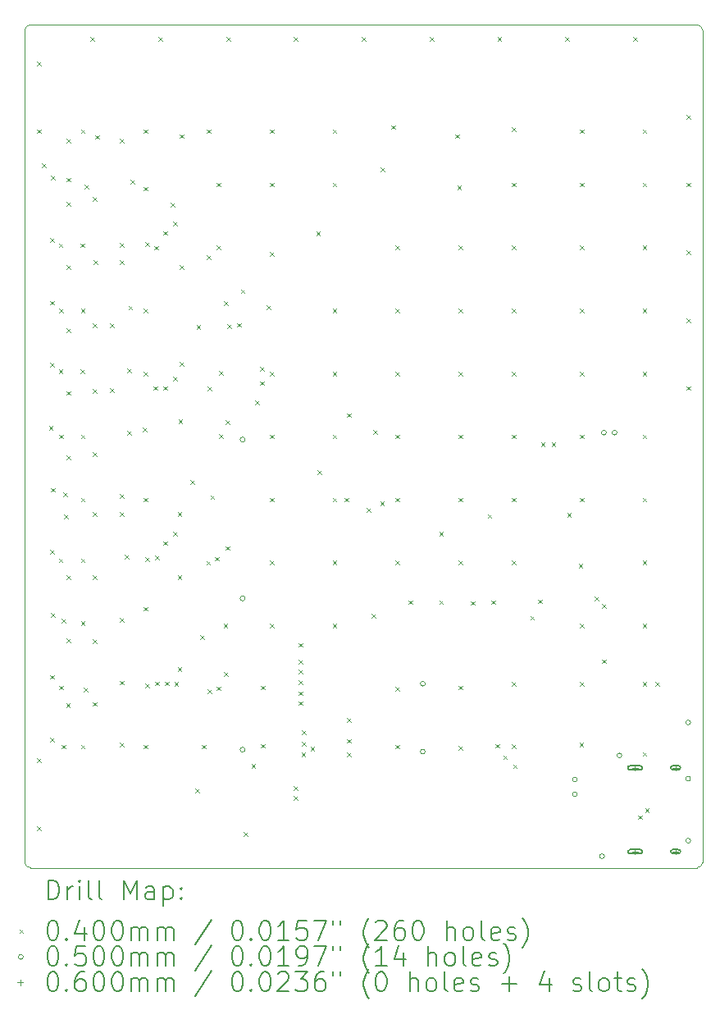
<source format=gbr>
%FSLAX45Y45*%
G04 Gerber Fmt 4.5, Leading zero omitted, Abs format (unit mm)*
G04 Created by KiCad (PCBNEW (5.99.0-10847-g28909c1a72)) date 2021-06-06 12:58:40*
%MOMM*%
%LPD*%
G01*
G04 APERTURE LIST*
%TA.AperFunction,Profile*%
%ADD10C,0.100000*%
%TD*%
%ADD11C,0.200000*%
%ADD12C,0.040000*%
%ADD13C,0.050000*%
%ADD14C,0.060000*%
G04 APERTURE END LIST*
D10*
X10000000Y-12840000D02*
X10000000Y-4260000D01*
X17000000Y-12840000D02*
G75*
G02*
X16940000Y-12900000I-60000J0D01*
G01*
X10060000Y-12900000D02*
G75*
G02*
X10000000Y-12840000I0J60000D01*
G01*
X16940000Y-12900000D02*
X10060000Y-12900000D01*
X10060000Y-4200000D02*
G75*
G03*
X10000000Y-4260000I0J-60000D01*
G01*
X10060000Y-4200000D02*
X16940000Y-4200000D01*
X17000000Y-4260000D02*
X17000000Y-12840000D01*
X17000000Y-4260000D02*
G75*
G03*
X16940000Y-4200000I-60000J0D01*
G01*
D11*
D12*
X10130000Y-4580000D02*
X10170000Y-4620000D01*
X10170000Y-4580000D02*
X10130000Y-4620000D01*
X10130000Y-5280000D02*
X10170000Y-5320000D01*
X10170000Y-5280000D02*
X10130000Y-5320000D01*
X10130000Y-11770000D02*
X10170000Y-11810000D01*
X10170000Y-11770000D02*
X10130000Y-11810000D01*
X10130000Y-12470000D02*
X10170000Y-12510000D01*
X10170000Y-12470000D02*
X10130000Y-12510000D01*
X10180000Y-5630000D02*
X10220000Y-5670000D01*
X10220000Y-5630000D02*
X10180000Y-5670000D01*
X10250000Y-8340000D02*
X10290000Y-8380000D01*
X10290000Y-8340000D02*
X10250000Y-8380000D01*
X10260000Y-6400000D02*
X10300000Y-6440000D01*
X10300000Y-6400000D02*
X10260000Y-6440000D01*
X10260000Y-7050000D02*
X10300000Y-7090000D01*
X10300000Y-7050000D02*
X10260000Y-7090000D01*
X10260000Y-7690000D02*
X10300000Y-7730000D01*
X10300000Y-7690000D02*
X10260000Y-7730000D01*
X10260000Y-9620000D02*
X10300000Y-9660000D01*
X10300000Y-9620000D02*
X10260000Y-9660000D01*
X10260000Y-10910000D02*
X10300000Y-10950000D01*
X10300000Y-10910000D02*
X10260000Y-10950000D01*
X10260000Y-11560000D02*
X10300000Y-11600000D01*
X10300000Y-11560000D02*
X10260000Y-11600000D01*
X10270000Y-5760000D02*
X10310000Y-5800000D01*
X10310000Y-5760000D02*
X10270000Y-5800000D01*
X10270000Y-8980000D02*
X10310000Y-9020000D01*
X10310000Y-8980000D02*
X10270000Y-9020000D01*
X10270000Y-10270000D02*
X10310000Y-10310000D01*
X10310000Y-10270000D02*
X10270000Y-10310000D01*
X10350324Y-6457550D02*
X10390324Y-6497550D01*
X10390324Y-6457550D02*
X10350324Y-6497550D01*
X10350324Y-7757550D02*
X10390324Y-7797550D01*
X10390324Y-7757550D02*
X10350324Y-7797550D01*
X10351161Y-9707550D02*
X10391161Y-9747550D01*
X10391161Y-9707550D02*
X10351161Y-9747550D01*
X10357550Y-7130000D02*
X10397550Y-7170000D01*
X10397550Y-7130000D02*
X10357550Y-7170000D01*
X10357550Y-8430000D02*
X10397550Y-8470000D01*
X10397550Y-8430000D02*
X10357550Y-8470000D01*
X10357550Y-11020000D02*
X10397550Y-11060000D01*
X10397550Y-11020000D02*
X10357550Y-11060000D01*
X10380000Y-11630000D02*
X10420000Y-11670000D01*
X10420000Y-11630000D02*
X10380000Y-11670000D01*
X10382450Y-10327707D02*
X10422450Y-10367707D01*
X10422450Y-10327707D02*
X10382450Y-10367707D01*
X10395005Y-9027550D02*
X10435005Y-9067550D01*
X10435005Y-9027550D02*
X10395005Y-9067550D01*
X10403770Y-9256230D02*
X10443770Y-9296230D01*
X10443770Y-9256230D02*
X10403770Y-9296230D01*
X10428261Y-11202450D02*
X10468261Y-11242450D01*
X10468261Y-11202450D02*
X10428261Y-11242450D01*
X10430000Y-5780000D02*
X10470000Y-5820000D01*
X10470000Y-5780000D02*
X10430000Y-5820000D01*
X10430000Y-5380000D02*
X10470000Y-5420000D01*
X10470000Y-5380000D02*
X10430000Y-5420000D01*
X10430000Y-6030000D02*
X10470000Y-6070000D01*
X10470000Y-6030000D02*
X10430000Y-6070000D01*
X10430000Y-6680000D02*
X10470000Y-6720000D01*
X10470000Y-6680000D02*
X10430000Y-6720000D01*
X10430000Y-7330000D02*
X10470000Y-7370000D01*
X10470000Y-7330000D02*
X10430000Y-7370000D01*
X10430000Y-7980000D02*
X10470000Y-8020000D01*
X10470000Y-7980000D02*
X10430000Y-8020000D01*
X10430000Y-8642352D02*
X10470000Y-8682352D01*
X10470000Y-8642352D02*
X10430000Y-8682352D01*
X10430000Y-9880000D02*
X10470000Y-9920000D01*
X10470000Y-9880000D02*
X10430000Y-9920000D01*
X10430000Y-10532402D02*
X10470000Y-10572402D01*
X10470000Y-10532402D02*
X10430000Y-10572402D01*
X10578261Y-6457550D02*
X10618261Y-6497550D01*
X10618261Y-6457550D02*
X10578261Y-6497550D01*
X10578261Y-7757550D02*
X10618261Y-7797550D01*
X10618261Y-7757550D02*
X10578261Y-7797550D01*
X10580000Y-5280000D02*
X10620000Y-5320000D01*
X10620000Y-5280000D02*
X10580000Y-5320000D01*
X10580000Y-7130000D02*
X10620000Y-7170000D01*
X10620000Y-7130000D02*
X10580000Y-7170000D01*
X10580000Y-8430000D02*
X10620000Y-8470000D01*
X10620000Y-8430000D02*
X10580000Y-8470000D01*
X10580000Y-9080000D02*
X10620000Y-9120000D01*
X10620000Y-9080000D02*
X10580000Y-9120000D01*
X10580000Y-9707550D02*
X10620000Y-9747550D01*
X10620000Y-9707550D02*
X10580000Y-9747550D01*
X10580000Y-10357550D02*
X10620000Y-10397550D01*
X10620000Y-10357550D02*
X10580000Y-10397550D01*
X10580000Y-11630000D02*
X10620000Y-11670000D01*
X10620000Y-11630000D02*
X10580000Y-11670000D01*
X10611096Y-11038181D02*
X10651096Y-11078181D01*
X10651096Y-11038181D02*
X10611096Y-11078181D01*
X10615862Y-5849817D02*
X10655862Y-5889817D01*
X10655862Y-5849817D02*
X10615862Y-5889817D01*
X10680000Y-4330000D02*
X10720000Y-4370000D01*
X10720000Y-4330000D02*
X10680000Y-4370000D01*
X10700000Y-5980000D02*
X10740000Y-6020000D01*
X10740000Y-5980000D02*
X10700000Y-6020000D01*
X10700000Y-7280000D02*
X10740000Y-7320000D01*
X10740000Y-7280000D02*
X10700000Y-7320000D01*
X10700000Y-7960000D02*
X10740000Y-8000000D01*
X10740000Y-7960000D02*
X10700000Y-8000000D01*
X10700000Y-8610000D02*
X10740000Y-8650000D01*
X10740000Y-8610000D02*
X10700000Y-8650000D01*
X10700000Y-9230000D02*
X10740000Y-9270000D01*
X10740000Y-9230000D02*
X10700000Y-9270000D01*
X10700000Y-9880000D02*
X10740000Y-9920000D01*
X10740000Y-9880000D02*
X10700000Y-9920000D01*
X10700000Y-10540000D02*
X10740000Y-10580000D01*
X10740000Y-10540000D02*
X10700000Y-10580000D01*
X10700000Y-11190000D02*
X10740000Y-11230000D01*
X10740000Y-11190000D02*
X10700000Y-11230000D01*
X10710000Y-6630000D02*
X10750000Y-6670000D01*
X10750000Y-6630000D02*
X10710000Y-6670000D01*
X10730000Y-5340000D02*
X10770000Y-5380000D01*
X10770000Y-5340000D02*
X10730000Y-5380000D01*
X10878261Y-7952450D02*
X10918261Y-7992450D01*
X10918261Y-7952450D02*
X10878261Y-7992450D01*
X10880000Y-7280000D02*
X10920000Y-7320000D01*
X10920000Y-7280000D02*
X10880000Y-7320000D01*
X10980000Y-5380000D02*
X11020000Y-5420000D01*
X11020000Y-5380000D02*
X10980000Y-5420000D01*
X10980000Y-6450000D02*
X11020000Y-6490000D01*
X11020000Y-6450000D02*
X10980000Y-6490000D01*
X10980000Y-6630000D02*
X11020000Y-6670000D01*
X11020000Y-6630000D02*
X10980000Y-6670000D01*
X10980000Y-9040000D02*
X11020000Y-9080000D01*
X11020000Y-9040000D02*
X10980000Y-9080000D01*
X10980000Y-9230000D02*
X11020000Y-9270000D01*
X11020000Y-9230000D02*
X10980000Y-9270000D01*
X10980000Y-10320000D02*
X11020000Y-10360000D01*
X11020000Y-10320000D02*
X10980000Y-10360000D01*
X10980000Y-10970000D02*
X11020000Y-11010000D01*
X11020000Y-10970000D02*
X10980000Y-11010000D01*
X10980000Y-11610000D02*
X11020000Y-11650000D01*
X11020000Y-11610000D02*
X10980000Y-11650000D01*
X11030000Y-9670000D02*
X11070000Y-9710000D01*
X11070000Y-9670000D02*
X11030000Y-9710000D01*
X11060000Y-7750000D02*
X11100000Y-7790000D01*
X11100000Y-7750000D02*
X11060000Y-7790000D01*
X11060000Y-8390000D02*
X11100000Y-8430000D01*
X11100000Y-8390000D02*
X11060000Y-8430000D01*
X11070000Y-7100000D02*
X11110000Y-7140000D01*
X11110000Y-7100000D02*
X11070000Y-7140000D01*
X11090000Y-5800000D02*
X11130000Y-5840000D01*
X11130000Y-5800000D02*
X11090000Y-5840000D01*
X11217648Y-8356024D02*
X11257648Y-8396024D01*
X11257648Y-8356024D02*
X11217648Y-8396024D01*
X11228261Y-10207550D02*
X11268261Y-10247550D01*
X11268261Y-10207550D02*
X11228261Y-10247550D01*
X11230000Y-5280000D02*
X11270000Y-5320000D01*
X11270000Y-5280000D02*
X11230000Y-5320000D01*
X11230000Y-5872450D02*
X11270000Y-5912450D01*
X11270000Y-5872450D02*
X11230000Y-5912450D01*
X11230000Y-7130000D02*
X11270000Y-7170000D01*
X11270000Y-7130000D02*
X11230000Y-7170000D01*
X11230000Y-7780000D02*
X11270000Y-7820000D01*
X11270000Y-7780000D02*
X11230000Y-7820000D01*
X11230000Y-9080000D02*
X11270000Y-9120000D01*
X11270000Y-9080000D02*
X11230000Y-9120000D01*
X11230000Y-11630000D02*
X11270000Y-11670000D01*
X11270000Y-11630000D02*
X11230000Y-11670000D01*
X11245005Y-6442545D02*
X11285005Y-6482545D01*
X11285005Y-6442545D02*
X11245005Y-6482545D01*
X11245005Y-9692545D02*
X11285005Y-9732545D01*
X11285005Y-9692545D02*
X11245005Y-9732545D01*
X11246093Y-11000324D02*
X11286093Y-11040324D01*
X11286093Y-11000324D02*
X11246093Y-11040324D01*
X11330000Y-7930000D02*
X11370000Y-7970000D01*
X11370000Y-7930000D02*
X11330000Y-7970000D01*
X11336468Y-6482850D02*
X11376468Y-6522850D01*
X11376468Y-6482850D02*
X11336468Y-6522850D01*
X11343235Y-10976794D02*
X11383235Y-11016794D01*
X11383235Y-10976794D02*
X11343235Y-11016794D01*
X11343884Y-9677951D02*
X11383884Y-9717951D01*
X11383884Y-9677951D02*
X11343884Y-9717951D01*
X11380000Y-4330000D02*
X11420000Y-4370000D01*
X11420000Y-4330000D02*
X11380000Y-4370000D01*
X11430000Y-6330000D02*
X11470000Y-6370000D01*
X11470000Y-6330000D02*
X11430000Y-6370000D01*
X11430000Y-9530000D02*
X11470000Y-9570000D01*
X11470000Y-9530000D02*
X11430000Y-9570000D01*
X11431230Y-7928770D02*
X11471230Y-7968770D01*
X11471230Y-7928770D02*
X11431230Y-7968770D01*
X11446251Y-10977351D02*
X11486251Y-11017351D01*
X11486251Y-10977351D02*
X11446251Y-11017351D01*
X11505000Y-6034950D02*
X11545000Y-6074950D01*
X11545000Y-6034950D02*
X11505000Y-6074950D01*
X11530000Y-6230000D02*
X11570000Y-6270000D01*
X11570000Y-6230000D02*
X11530000Y-6270000D01*
X11530000Y-7830000D02*
X11570000Y-7870000D01*
X11570000Y-7830000D02*
X11530000Y-7870000D01*
X11530000Y-9430000D02*
X11570000Y-9470000D01*
X11570000Y-9430000D02*
X11530000Y-9470000D01*
X11546166Y-10980010D02*
X11586166Y-11020010D01*
X11586166Y-10980010D02*
X11546166Y-11020010D01*
X11580000Y-9230000D02*
X11620000Y-9270000D01*
X11620000Y-9230000D02*
X11580000Y-9270000D01*
X11580000Y-9880000D02*
X11620000Y-9920000D01*
X11620000Y-9880000D02*
X11580000Y-9920000D01*
X11580000Y-10830000D02*
X11620000Y-10870000D01*
X11620000Y-10830000D02*
X11580000Y-10870000D01*
X11588015Y-8271985D02*
X11628015Y-8311985D01*
X11628015Y-8271985D02*
X11588015Y-8311985D01*
X11600000Y-5330000D02*
X11640000Y-5370000D01*
X11640000Y-5330000D02*
X11600000Y-5370000D01*
X11602450Y-6678261D02*
X11642450Y-6718261D01*
X11642450Y-6678261D02*
X11602450Y-6718261D01*
X11602450Y-7680000D02*
X11642450Y-7720000D01*
X11642450Y-7680000D02*
X11602450Y-7720000D01*
X11710000Y-8900000D02*
X11750000Y-8940000D01*
X11750000Y-8900000D02*
X11710000Y-8940000D01*
X11760000Y-12080000D02*
X11800000Y-12120000D01*
X11800000Y-12080000D02*
X11760000Y-12120000D01*
X11774950Y-7300000D02*
X11814950Y-7340000D01*
X11814950Y-7300000D02*
X11774950Y-7340000D01*
X11810000Y-10500000D02*
X11850000Y-10540000D01*
X11850000Y-10500000D02*
X11810000Y-10540000D01*
X11830000Y-11630000D02*
X11870000Y-11670000D01*
X11870000Y-11630000D02*
X11830000Y-11670000D01*
X11874846Y-9732307D02*
X11914846Y-9772307D01*
X11914846Y-9732307D02*
X11874846Y-9772307D01*
X11880000Y-5280000D02*
X11920000Y-5320000D01*
X11920000Y-5280000D02*
X11880000Y-5320000D01*
X11880000Y-6580000D02*
X11920000Y-6620000D01*
X11920000Y-6580000D02*
X11880000Y-6620000D01*
X11887239Y-11058406D02*
X11927239Y-11098406D01*
X11927239Y-11058406D02*
X11887239Y-11098406D01*
X11889950Y-7931759D02*
X11929950Y-7971759D01*
X11929950Y-7931759D02*
X11889950Y-7971759D01*
X11917453Y-9056798D02*
X11957453Y-9096798D01*
X11957453Y-9056798D02*
X11917453Y-9096798D01*
X11966072Y-9691468D02*
X12006072Y-9731468D01*
X12006072Y-9691468D02*
X11966072Y-9731468D01*
X11980000Y-5830000D02*
X12020000Y-5870000D01*
X12020000Y-5830000D02*
X11980000Y-5870000D01*
X11980000Y-6480000D02*
X12020000Y-6520000D01*
X12020000Y-6480000D02*
X11980000Y-6520000D01*
X11982550Y-11028309D02*
X12022550Y-11068309D01*
X12022550Y-11028309D02*
X11982550Y-11068309D01*
X12003951Y-7774835D02*
X12043951Y-7814835D01*
X12043951Y-7774835D02*
X12003951Y-7814835D01*
X12007402Y-8425190D02*
X12047402Y-8465190D01*
X12047402Y-8425190D02*
X12007402Y-8465190D01*
X12052450Y-10380000D02*
X12092450Y-10420000D01*
X12092450Y-10380000D02*
X12052450Y-10420000D01*
X12055000Y-10880000D02*
X12095000Y-10920000D01*
X12095000Y-10880000D02*
X12055000Y-10920000D01*
X12057643Y-7053453D02*
X12097643Y-7093453D01*
X12097643Y-7053453D02*
X12057643Y-7093453D01*
X12073218Y-9581526D02*
X12113218Y-9621526D01*
X12113218Y-9581526D02*
X12073218Y-9621526D01*
X12076401Y-8278117D02*
X12116401Y-8318117D01*
X12116401Y-8278117D02*
X12076401Y-8318117D01*
X12080000Y-4330000D02*
X12120000Y-4370000D01*
X12120000Y-4330000D02*
X12080000Y-4370000D01*
X12091840Y-7289380D02*
X12131840Y-7329380D01*
X12131840Y-7289380D02*
X12091840Y-7329380D01*
X12191229Y-7278805D02*
X12231229Y-7318805D01*
X12231229Y-7278805D02*
X12191229Y-7318805D01*
X12230000Y-6930000D02*
X12270000Y-6970000D01*
X12270000Y-6930000D02*
X12230000Y-6970000D01*
X12260000Y-12530000D02*
X12300000Y-12570000D01*
X12300000Y-12530000D02*
X12260000Y-12570000D01*
X12340000Y-11830000D02*
X12380000Y-11870000D01*
X12380000Y-11830000D02*
X12340000Y-11870000D01*
X12380000Y-8080000D02*
X12420000Y-8120000D01*
X12420000Y-8080000D02*
X12380000Y-8120000D01*
X12430000Y-7730000D02*
X12470000Y-7770000D01*
X12470000Y-7730000D02*
X12430000Y-7770000D01*
X12430000Y-7880000D02*
X12470000Y-7920000D01*
X12470000Y-7880000D02*
X12430000Y-7920000D01*
X12440000Y-11020000D02*
X12480000Y-11060000D01*
X12480000Y-11020000D02*
X12440000Y-11060000D01*
X12440000Y-11620000D02*
X12480000Y-11660000D01*
X12480000Y-11620000D02*
X12440000Y-11660000D01*
X12496985Y-7096985D02*
X12536985Y-7136985D01*
X12536985Y-7096985D02*
X12496985Y-7136985D01*
X12530000Y-5280000D02*
X12570000Y-5320000D01*
X12570000Y-5280000D02*
X12530000Y-5320000D01*
X12530000Y-5830000D02*
X12570000Y-5870000D01*
X12570000Y-5830000D02*
X12530000Y-5870000D01*
X12530000Y-6542950D02*
X12570000Y-6582950D01*
X12570000Y-6542950D02*
X12530000Y-6582950D01*
X12530000Y-7780000D02*
X12570000Y-7820000D01*
X12570000Y-7780000D02*
X12530000Y-7820000D01*
X12530000Y-8430000D02*
X12570000Y-8470000D01*
X12570000Y-8430000D02*
X12530000Y-8470000D01*
X12530000Y-9080000D02*
X12570000Y-9120000D01*
X12570000Y-9080000D02*
X12530000Y-9120000D01*
X12530000Y-9730000D02*
X12570000Y-9770000D01*
X12570000Y-9730000D02*
X12530000Y-9770000D01*
X12530000Y-10380000D02*
X12570000Y-10420000D01*
X12570000Y-10380000D02*
X12530000Y-10420000D01*
X12780000Y-4330000D02*
X12820000Y-4370000D01*
X12820000Y-4330000D02*
X12780000Y-4370000D01*
X12780000Y-12060000D02*
X12820000Y-12100000D01*
X12820000Y-12060000D02*
X12780000Y-12100000D01*
X12780000Y-12160000D02*
X12820000Y-12200000D01*
X12820000Y-12160000D02*
X12780000Y-12200000D01*
X12827450Y-10965040D02*
X12867450Y-11005040D01*
X12867450Y-10965040D02*
X12827450Y-11005040D01*
X12830000Y-10580000D02*
X12870000Y-10620000D01*
X12870000Y-10580000D02*
X12830000Y-10620000D01*
X12830000Y-10755000D02*
X12870000Y-10795000D01*
X12870000Y-10755000D02*
X12830000Y-10795000D01*
X12830000Y-10855000D02*
X12870000Y-10895000D01*
X12870000Y-10855000D02*
X12830000Y-10895000D01*
X12830000Y-11080000D02*
X12870000Y-11120000D01*
X12870000Y-11080000D02*
X12830000Y-11120000D01*
X12830000Y-11180000D02*
X12870000Y-11220000D01*
X12870000Y-11180000D02*
X12830000Y-11220000D01*
X12856935Y-11707550D02*
X12896935Y-11747550D01*
X12896935Y-11707550D02*
X12856935Y-11747550D01*
X12860000Y-11480000D02*
X12900000Y-11520000D01*
X12900000Y-11480000D02*
X12860000Y-11520000D01*
X12860000Y-11600000D02*
X12900000Y-11640000D01*
X12900000Y-11600000D02*
X12860000Y-11640000D01*
X12950000Y-11650000D02*
X12990000Y-11690000D01*
X12990000Y-11650000D02*
X12950000Y-11690000D01*
X13009901Y-6334069D02*
X13049901Y-6374069D01*
X13049901Y-6334069D02*
X13009901Y-6374069D01*
X13020000Y-8800000D02*
X13060000Y-8840000D01*
X13060000Y-8800000D02*
X13020000Y-8840000D01*
X13180000Y-5280000D02*
X13220000Y-5320000D01*
X13220000Y-5280000D02*
X13180000Y-5320000D01*
X13180000Y-5830000D02*
X13220000Y-5870000D01*
X13220000Y-5830000D02*
X13180000Y-5870000D01*
X13180000Y-7130000D02*
X13220000Y-7170000D01*
X13220000Y-7130000D02*
X13180000Y-7170000D01*
X13180000Y-7780000D02*
X13220000Y-7820000D01*
X13220000Y-7780000D02*
X13180000Y-7820000D01*
X13180000Y-8430000D02*
X13220000Y-8470000D01*
X13220000Y-8430000D02*
X13180000Y-8470000D01*
X13180000Y-9080000D02*
X13220000Y-9120000D01*
X13220000Y-9080000D02*
X13180000Y-9120000D01*
X13180000Y-9730000D02*
X13220000Y-9770000D01*
X13220000Y-9730000D02*
X13180000Y-9770000D01*
X13180000Y-10380000D02*
X13220000Y-10420000D01*
X13220000Y-10380000D02*
X13180000Y-10420000D01*
X13300000Y-9080000D02*
X13340000Y-9120000D01*
X13340000Y-9080000D02*
X13300000Y-9120000D01*
X13330000Y-8210000D02*
X13370000Y-8250000D01*
X13370000Y-8210000D02*
X13330000Y-8250000D01*
X13330000Y-11355000D02*
X13370000Y-11395000D01*
X13370000Y-11355000D02*
X13330000Y-11395000D01*
X13330000Y-11570000D02*
X13370000Y-11610000D01*
X13370000Y-11570000D02*
X13330000Y-11610000D01*
X13330000Y-11710000D02*
X13370000Y-11750000D01*
X13370000Y-11710000D02*
X13330000Y-11750000D01*
X13480000Y-4330000D02*
X13520000Y-4370000D01*
X13520000Y-4330000D02*
X13480000Y-4370000D01*
X13530000Y-9190000D02*
X13570000Y-9230000D01*
X13570000Y-9190000D02*
X13530000Y-9230000D01*
X13580000Y-10280000D02*
X13620000Y-10320000D01*
X13620000Y-10280000D02*
X13580000Y-10320000D01*
X13600000Y-8380000D02*
X13640000Y-8420000D01*
X13640000Y-8380000D02*
X13600000Y-8420000D01*
X13670000Y-9120000D02*
X13710000Y-9160000D01*
X13710000Y-9120000D02*
X13670000Y-9160000D01*
X13671985Y-5671985D02*
X13711985Y-5711985D01*
X13711985Y-5671985D02*
X13671985Y-5711985D01*
X13786587Y-5236587D02*
X13826587Y-5276587D01*
X13826587Y-5236587D02*
X13786587Y-5276587D01*
X13830000Y-6480000D02*
X13870000Y-6520000D01*
X13870000Y-6480000D02*
X13830000Y-6520000D01*
X13830000Y-7130000D02*
X13870000Y-7170000D01*
X13870000Y-7130000D02*
X13830000Y-7170000D01*
X13830000Y-7780000D02*
X13870000Y-7820000D01*
X13870000Y-7780000D02*
X13830000Y-7820000D01*
X13830000Y-8430000D02*
X13870000Y-8470000D01*
X13870000Y-8430000D02*
X13830000Y-8470000D01*
X13830000Y-9080000D02*
X13870000Y-9120000D01*
X13870000Y-9080000D02*
X13830000Y-9120000D01*
X13830000Y-9730000D02*
X13870000Y-9770000D01*
X13870000Y-9730000D02*
X13830000Y-9770000D01*
X13830000Y-11030000D02*
X13870000Y-11070000D01*
X13870000Y-11030000D02*
X13830000Y-11070000D01*
X13830000Y-11630000D02*
X13870000Y-11670000D01*
X13870000Y-11630000D02*
X13830000Y-11670000D01*
X13960000Y-10140000D02*
X14000000Y-10180000D01*
X14000000Y-10140000D02*
X13960000Y-10180000D01*
X14180000Y-4330000D02*
X14220000Y-4370000D01*
X14220000Y-4330000D02*
X14180000Y-4370000D01*
X14280000Y-9430000D02*
X14320000Y-9470000D01*
X14320000Y-9430000D02*
X14280000Y-9470000D01*
X14280000Y-10140000D02*
X14320000Y-10180000D01*
X14320000Y-10140000D02*
X14280000Y-10180000D01*
X14446665Y-5329901D02*
X14486665Y-5369901D01*
X14486665Y-5329901D02*
X14446665Y-5369901D01*
X14465420Y-5857550D02*
X14505420Y-5897550D01*
X14505420Y-5857550D02*
X14465420Y-5897550D01*
X14480000Y-6480000D02*
X14520000Y-6520000D01*
X14520000Y-6480000D02*
X14480000Y-6520000D01*
X14480000Y-7130000D02*
X14520000Y-7170000D01*
X14520000Y-7130000D02*
X14480000Y-7170000D01*
X14480000Y-7780000D02*
X14520000Y-7820000D01*
X14520000Y-7780000D02*
X14480000Y-7820000D01*
X14480000Y-8430000D02*
X14520000Y-8470000D01*
X14520000Y-8430000D02*
X14480000Y-8470000D01*
X14480000Y-9080000D02*
X14520000Y-9120000D01*
X14520000Y-9080000D02*
X14480000Y-9120000D01*
X14480000Y-9730000D02*
X14520000Y-9770000D01*
X14520000Y-9730000D02*
X14480000Y-9770000D01*
X14480000Y-11020550D02*
X14520000Y-11060550D01*
X14520000Y-11020550D02*
X14480000Y-11060550D01*
X14480000Y-11640450D02*
X14520000Y-11680450D01*
X14520000Y-11640450D02*
X14480000Y-11680450D01*
X14606259Y-10148719D02*
X14646259Y-10188719D01*
X14646259Y-10148719D02*
X14606259Y-10188719D01*
X14780000Y-9250000D02*
X14820000Y-9290000D01*
X14820000Y-9250000D02*
X14780000Y-9290000D01*
X14820000Y-10140000D02*
X14860000Y-10180000D01*
X14860000Y-10140000D02*
X14820000Y-10180000D01*
X14860000Y-11620000D02*
X14900000Y-11660000D01*
X14900000Y-11620000D02*
X14860000Y-11660000D01*
X14880000Y-4330000D02*
X14920000Y-4370000D01*
X14920000Y-4330000D02*
X14880000Y-4370000D01*
X14940000Y-11740000D02*
X14980000Y-11780000D01*
X14980000Y-11740000D02*
X14940000Y-11780000D01*
X15029792Y-11627748D02*
X15069792Y-11667748D01*
X15069792Y-11627748D02*
X15029792Y-11667748D01*
X15030000Y-5257550D02*
X15070000Y-5297550D01*
X15070000Y-5257550D02*
X15030000Y-5297550D01*
X15030000Y-5830000D02*
X15070000Y-5870000D01*
X15070000Y-5830000D02*
X15030000Y-5870000D01*
X15030000Y-6480000D02*
X15070000Y-6520000D01*
X15070000Y-6480000D02*
X15030000Y-6520000D01*
X15030000Y-7130000D02*
X15070000Y-7170000D01*
X15070000Y-7130000D02*
X15030000Y-7170000D01*
X15030000Y-7780000D02*
X15070000Y-7820000D01*
X15070000Y-7780000D02*
X15030000Y-7820000D01*
X15030000Y-8430000D02*
X15070000Y-8470000D01*
X15070000Y-8430000D02*
X15030000Y-8470000D01*
X15030000Y-9080000D02*
X15070000Y-9120000D01*
X15070000Y-9080000D02*
X15030000Y-9120000D01*
X15030000Y-9730000D02*
X15070000Y-9770000D01*
X15070000Y-9730000D02*
X15030000Y-9770000D01*
X15030000Y-10980000D02*
X15070000Y-11020000D01*
X15070000Y-10980000D02*
X15030000Y-11020000D01*
X15043007Y-11832450D02*
X15083007Y-11872450D01*
X15083007Y-11832450D02*
X15043007Y-11872450D01*
X15220000Y-10300000D02*
X15260000Y-10340000D01*
X15260000Y-10300000D02*
X15220000Y-10340000D01*
X15302450Y-10130000D02*
X15342450Y-10170000D01*
X15342450Y-10130000D02*
X15302450Y-10170000D01*
X15330000Y-8510000D02*
X15370000Y-8550000D01*
X15370000Y-8510000D02*
X15330000Y-8550000D01*
X15440000Y-8510000D02*
X15480000Y-8550000D01*
X15480000Y-8510000D02*
X15440000Y-8550000D01*
X15580000Y-4330000D02*
X15620000Y-4370000D01*
X15620000Y-4330000D02*
X15580000Y-4370000D01*
X15600000Y-9240000D02*
X15640000Y-9280000D01*
X15640000Y-9240000D02*
X15600000Y-9280000D01*
X15720000Y-9760000D02*
X15760000Y-9800000D01*
X15760000Y-9760000D02*
X15720000Y-9800000D01*
X15728770Y-11608770D02*
X15768770Y-11648770D01*
X15768770Y-11608770D02*
X15728770Y-11648770D01*
X15730000Y-5280000D02*
X15770000Y-5320000D01*
X15770000Y-5280000D02*
X15730000Y-5320000D01*
X15730000Y-5830000D02*
X15770000Y-5870000D01*
X15770000Y-5830000D02*
X15730000Y-5870000D01*
X15730000Y-6480000D02*
X15770000Y-6520000D01*
X15770000Y-6480000D02*
X15730000Y-6520000D01*
X15730000Y-7130000D02*
X15770000Y-7170000D01*
X15770000Y-7130000D02*
X15730000Y-7170000D01*
X15730000Y-7780000D02*
X15770000Y-7820000D01*
X15770000Y-7780000D02*
X15730000Y-7820000D01*
X15730000Y-8430000D02*
X15770000Y-8470000D01*
X15770000Y-8430000D02*
X15730000Y-8470000D01*
X15730000Y-9080000D02*
X15770000Y-9120000D01*
X15770000Y-9080000D02*
X15730000Y-9120000D01*
X15730000Y-10380000D02*
X15770000Y-10420000D01*
X15770000Y-10380000D02*
X15730000Y-10420000D01*
X15730000Y-10980000D02*
X15770000Y-11020000D01*
X15770000Y-10980000D02*
X15730000Y-11020000D01*
X15886662Y-10100667D02*
X15926662Y-10140667D01*
X15926662Y-10100667D02*
X15886662Y-10140667D01*
X15957853Y-10177876D02*
X15997853Y-10217876D01*
X15997853Y-10177876D02*
X15957853Y-10217876D01*
X15960000Y-10750000D02*
X16000000Y-10790000D01*
X16000000Y-10750000D02*
X15960000Y-10790000D01*
X16280000Y-4330000D02*
X16320000Y-4370000D01*
X16320000Y-4330000D02*
X16280000Y-4370000D01*
X16330193Y-12357123D02*
X16370193Y-12397123D01*
X16370193Y-12357123D02*
X16330193Y-12397123D01*
X16380000Y-5280000D02*
X16420000Y-5320000D01*
X16420000Y-5280000D02*
X16380000Y-5320000D01*
X16380000Y-5830000D02*
X16420000Y-5870000D01*
X16420000Y-5830000D02*
X16380000Y-5870000D01*
X16380000Y-6480000D02*
X16420000Y-6520000D01*
X16420000Y-6480000D02*
X16380000Y-6520000D01*
X16380000Y-7130000D02*
X16420000Y-7170000D01*
X16420000Y-7130000D02*
X16380000Y-7170000D01*
X16380000Y-7780000D02*
X16420000Y-7820000D01*
X16420000Y-7780000D02*
X16380000Y-7820000D01*
X16380000Y-8430000D02*
X16420000Y-8470000D01*
X16420000Y-8430000D02*
X16380000Y-8470000D01*
X16380000Y-9080000D02*
X16420000Y-9120000D01*
X16420000Y-9080000D02*
X16380000Y-9120000D01*
X16380000Y-9730000D02*
X16420000Y-9770000D01*
X16420000Y-9730000D02*
X16380000Y-9770000D01*
X16380000Y-10380000D02*
X16420000Y-10420000D01*
X16420000Y-10380000D02*
X16380000Y-10420000D01*
X16380000Y-11705000D02*
X16420000Y-11745000D01*
X16420000Y-11705000D02*
X16380000Y-11745000D01*
X16380000Y-10980000D02*
X16420000Y-11020000D01*
X16420000Y-10980000D02*
X16380000Y-11020000D01*
X16404440Y-12282877D02*
X16444440Y-12322877D01*
X16444440Y-12282877D02*
X16404440Y-12322877D01*
X16510000Y-10980000D02*
X16550000Y-11020000D01*
X16550000Y-10980000D02*
X16510000Y-11020000D01*
X16830000Y-5130000D02*
X16870000Y-5170000D01*
X16870000Y-5130000D02*
X16830000Y-5170000D01*
X16830000Y-5830000D02*
X16870000Y-5870000D01*
X16870000Y-5830000D02*
X16830000Y-5870000D01*
X16830000Y-6530000D02*
X16870000Y-6570000D01*
X16870000Y-6530000D02*
X16830000Y-6570000D01*
X16830000Y-7230000D02*
X16870000Y-7270000D01*
X16870000Y-7230000D02*
X16830000Y-7270000D01*
X16830000Y-7930000D02*
X16870000Y-7970000D01*
X16870000Y-7930000D02*
X16830000Y-7970000D01*
D13*
X12275000Y-8480000D02*
G75*
G03*
X12275000Y-8480000I-25000J0D01*
G01*
X12275000Y-10120000D02*
G75*
G03*
X12275000Y-10120000I-25000J0D01*
G01*
X12275000Y-11680000D02*
G75*
G03*
X12275000Y-11680000I-25000J0D01*
G01*
X14135000Y-11000000D02*
G75*
G03*
X14135000Y-11000000I-25000J0D01*
G01*
X14135000Y-11700000D02*
G75*
G03*
X14135000Y-11700000I-25000J0D01*
G01*
X15705000Y-11990000D02*
G75*
G03*
X15705000Y-11990000I-25000J0D01*
G01*
X15705000Y-12140000D02*
G75*
G03*
X15705000Y-12140000I-25000J0D01*
G01*
X15985000Y-12780000D02*
G75*
G03*
X15985000Y-12780000I-25000J0D01*
G01*
X16005000Y-8410000D02*
G75*
G03*
X16005000Y-8410000I-25000J0D01*
G01*
X16115000Y-8410000D02*
G75*
G03*
X16115000Y-8410000I-25000J0D01*
G01*
X16165000Y-11740000D02*
G75*
G03*
X16165000Y-11740000I-25000J0D01*
G01*
X16875000Y-11400000D02*
G75*
G03*
X16875000Y-11400000I-25000J0D01*
G01*
X16875000Y-11980000D02*
G75*
G03*
X16875000Y-11980000I-25000J0D01*
G01*
X16875000Y-12620000D02*
G75*
G03*
X16875000Y-12620000I-25000J0D01*
G01*
D14*
X16302000Y-11838000D02*
X16302000Y-11898000D01*
X16272000Y-11868000D02*
X16332000Y-11868000D01*
D11*
X16357000Y-11848000D02*
X16247000Y-11848000D01*
X16357000Y-11888000D02*
X16247000Y-11888000D01*
X16247000Y-11848000D02*
G75*
G03*
X16247000Y-11888000I0J-20000D01*
G01*
X16357000Y-11888000D02*
G75*
G03*
X16357000Y-11848000I0J20000D01*
G01*
D14*
X16302000Y-12702000D02*
X16302000Y-12762000D01*
X16272000Y-12732000D02*
X16332000Y-12732000D01*
D11*
X16357000Y-12712000D02*
X16247000Y-12712000D01*
X16357000Y-12752000D02*
X16247000Y-12752000D01*
X16247000Y-12712000D02*
G75*
G03*
X16247000Y-12752000I0J-20000D01*
G01*
X16357000Y-12752000D02*
G75*
G03*
X16357000Y-12712000I0J20000D01*
G01*
D14*
X16720000Y-11838000D02*
X16720000Y-11898000D01*
X16690000Y-11868000D02*
X16750000Y-11868000D01*
D11*
X16750000Y-11848000D02*
X16690000Y-11848000D01*
X16750000Y-11888000D02*
X16690000Y-11888000D01*
X16690000Y-11848000D02*
G75*
G03*
X16690000Y-11888000I0J-20000D01*
G01*
X16750000Y-11888000D02*
G75*
G03*
X16750000Y-11848000I0J20000D01*
G01*
D14*
X16720000Y-12702000D02*
X16720000Y-12762000D01*
X16690000Y-12732000D02*
X16750000Y-12732000D01*
D11*
X16750000Y-12712000D02*
X16690000Y-12712000D01*
X16750000Y-12752000D02*
X16690000Y-12752000D01*
X16690000Y-12712000D02*
G75*
G03*
X16690000Y-12752000I0J-20000D01*
G01*
X16750000Y-12752000D02*
G75*
G03*
X16750000Y-12712000I0J20000D01*
G01*
X10242619Y-13225476D02*
X10242619Y-13025476D01*
X10290238Y-13025476D01*
X10318810Y-13035000D01*
X10337857Y-13054048D01*
X10347381Y-13073095D01*
X10356905Y-13111190D01*
X10356905Y-13139762D01*
X10347381Y-13177857D01*
X10337857Y-13196905D01*
X10318810Y-13215952D01*
X10290238Y-13225476D01*
X10242619Y-13225476D01*
X10442619Y-13225476D02*
X10442619Y-13092143D01*
X10442619Y-13130238D02*
X10452143Y-13111190D01*
X10461667Y-13101667D01*
X10480714Y-13092143D01*
X10499762Y-13092143D01*
X10566429Y-13225476D02*
X10566429Y-13092143D01*
X10566429Y-13025476D02*
X10556905Y-13035000D01*
X10566429Y-13044524D01*
X10575952Y-13035000D01*
X10566429Y-13025476D01*
X10566429Y-13044524D01*
X10690238Y-13225476D02*
X10671190Y-13215952D01*
X10661667Y-13196905D01*
X10661667Y-13025476D01*
X10795000Y-13225476D02*
X10775952Y-13215952D01*
X10766429Y-13196905D01*
X10766429Y-13025476D01*
X11023571Y-13225476D02*
X11023571Y-13025476D01*
X11090238Y-13168333D01*
X11156905Y-13025476D01*
X11156905Y-13225476D01*
X11337857Y-13225476D02*
X11337857Y-13120714D01*
X11328333Y-13101667D01*
X11309286Y-13092143D01*
X11271190Y-13092143D01*
X11252143Y-13101667D01*
X11337857Y-13215952D02*
X11318809Y-13225476D01*
X11271190Y-13225476D01*
X11252143Y-13215952D01*
X11242619Y-13196905D01*
X11242619Y-13177857D01*
X11252143Y-13158809D01*
X11271190Y-13149286D01*
X11318809Y-13149286D01*
X11337857Y-13139762D01*
X11433095Y-13092143D02*
X11433095Y-13292143D01*
X11433095Y-13101667D02*
X11452143Y-13092143D01*
X11490238Y-13092143D01*
X11509286Y-13101667D01*
X11518809Y-13111190D01*
X11528333Y-13130238D01*
X11528333Y-13187381D01*
X11518809Y-13206428D01*
X11509286Y-13215952D01*
X11490238Y-13225476D01*
X11452143Y-13225476D01*
X11433095Y-13215952D01*
X11614048Y-13206428D02*
X11623571Y-13215952D01*
X11614048Y-13225476D01*
X11604524Y-13215952D01*
X11614048Y-13206428D01*
X11614048Y-13225476D01*
X11614048Y-13101667D02*
X11623571Y-13111190D01*
X11614048Y-13120714D01*
X11604524Y-13111190D01*
X11614048Y-13101667D01*
X11614048Y-13120714D01*
D12*
X9945000Y-13535000D02*
X9985000Y-13575000D01*
X9985000Y-13535000D02*
X9945000Y-13575000D01*
D11*
X10280714Y-13445476D02*
X10299762Y-13445476D01*
X10318810Y-13455000D01*
X10328333Y-13464524D01*
X10337857Y-13483571D01*
X10347381Y-13521667D01*
X10347381Y-13569286D01*
X10337857Y-13607381D01*
X10328333Y-13626428D01*
X10318810Y-13635952D01*
X10299762Y-13645476D01*
X10280714Y-13645476D01*
X10261667Y-13635952D01*
X10252143Y-13626428D01*
X10242619Y-13607381D01*
X10233095Y-13569286D01*
X10233095Y-13521667D01*
X10242619Y-13483571D01*
X10252143Y-13464524D01*
X10261667Y-13455000D01*
X10280714Y-13445476D01*
X10433095Y-13626428D02*
X10442619Y-13635952D01*
X10433095Y-13645476D01*
X10423571Y-13635952D01*
X10433095Y-13626428D01*
X10433095Y-13645476D01*
X10614048Y-13512143D02*
X10614048Y-13645476D01*
X10566429Y-13435952D02*
X10518810Y-13578809D01*
X10642619Y-13578809D01*
X10756905Y-13445476D02*
X10775952Y-13445476D01*
X10795000Y-13455000D01*
X10804524Y-13464524D01*
X10814048Y-13483571D01*
X10823571Y-13521667D01*
X10823571Y-13569286D01*
X10814048Y-13607381D01*
X10804524Y-13626428D01*
X10795000Y-13635952D01*
X10775952Y-13645476D01*
X10756905Y-13645476D01*
X10737857Y-13635952D01*
X10728333Y-13626428D01*
X10718810Y-13607381D01*
X10709286Y-13569286D01*
X10709286Y-13521667D01*
X10718810Y-13483571D01*
X10728333Y-13464524D01*
X10737857Y-13455000D01*
X10756905Y-13445476D01*
X10947381Y-13445476D02*
X10966429Y-13445476D01*
X10985476Y-13455000D01*
X10995000Y-13464524D01*
X11004524Y-13483571D01*
X11014048Y-13521667D01*
X11014048Y-13569286D01*
X11004524Y-13607381D01*
X10995000Y-13626428D01*
X10985476Y-13635952D01*
X10966429Y-13645476D01*
X10947381Y-13645476D01*
X10928333Y-13635952D01*
X10918810Y-13626428D01*
X10909286Y-13607381D01*
X10899762Y-13569286D01*
X10899762Y-13521667D01*
X10909286Y-13483571D01*
X10918810Y-13464524D01*
X10928333Y-13455000D01*
X10947381Y-13445476D01*
X11099762Y-13645476D02*
X11099762Y-13512143D01*
X11099762Y-13531190D02*
X11109286Y-13521667D01*
X11128333Y-13512143D01*
X11156905Y-13512143D01*
X11175952Y-13521667D01*
X11185476Y-13540714D01*
X11185476Y-13645476D01*
X11185476Y-13540714D02*
X11195000Y-13521667D01*
X11214048Y-13512143D01*
X11242619Y-13512143D01*
X11261667Y-13521667D01*
X11271190Y-13540714D01*
X11271190Y-13645476D01*
X11366428Y-13645476D02*
X11366428Y-13512143D01*
X11366428Y-13531190D02*
X11375952Y-13521667D01*
X11395000Y-13512143D01*
X11423571Y-13512143D01*
X11442619Y-13521667D01*
X11452143Y-13540714D01*
X11452143Y-13645476D01*
X11452143Y-13540714D02*
X11461667Y-13521667D01*
X11480714Y-13512143D01*
X11509286Y-13512143D01*
X11528333Y-13521667D01*
X11537857Y-13540714D01*
X11537857Y-13645476D01*
X11928333Y-13435952D02*
X11756905Y-13693095D01*
X12185476Y-13445476D02*
X12204524Y-13445476D01*
X12223571Y-13455000D01*
X12233095Y-13464524D01*
X12242619Y-13483571D01*
X12252143Y-13521667D01*
X12252143Y-13569286D01*
X12242619Y-13607381D01*
X12233095Y-13626428D01*
X12223571Y-13635952D01*
X12204524Y-13645476D01*
X12185476Y-13645476D01*
X12166428Y-13635952D01*
X12156905Y-13626428D01*
X12147381Y-13607381D01*
X12137857Y-13569286D01*
X12137857Y-13521667D01*
X12147381Y-13483571D01*
X12156905Y-13464524D01*
X12166428Y-13455000D01*
X12185476Y-13445476D01*
X12337857Y-13626428D02*
X12347381Y-13635952D01*
X12337857Y-13645476D01*
X12328333Y-13635952D01*
X12337857Y-13626428D01*
X12337857Y-13645476D01*
X12471190Y-13445476D02*
X12490238Y-13445476D01*
X12509286Y-13455000D01*
X12518809Y-13464524D01*
X12528333Y-13483571D01*
X12537857Y-13521667D01*
X12537857Y-13569286D01*
X12528333Y-13607381D01*
X12518809Y-13626428D01*
X12509286Y-13635952D01*
X12490238Y-13645476D01*
X12471190Y-13645476D01*
X12452143Y-13635952D01*
X12442619Y-13626428D01*
X12433095Y-13607381D01*
X12423571Y-13569286D01*
X12423571Y-13521667D01*
X12433095Y-13483571D01*
X12442619Y-13464524D01*
X12452143Y-13455000D01*
X12471190Y-13445476D01*
X12728333Y-13645476D02*
X12614048Y-13645476D01*
X12671190Y-13645476D02*
X12671190Y-13445476D01*
X12652143Y-13474048D01*
X12633095Y-13493095D01*
X12614048Y-13502619D01*
X12909286Y-13445476D02*
X12814048Y-13445476D01*
X12804524Y-13540714D01*
X12814048Y-13531190D01*
X12833095Y-13521667D01*
X12880714Y-13521667D01*
X12899762Y-13531190D01*
X12909286Y-13540714D01*
X12918809Y-13559762D01*
X12918809Y-13607381D01*
X12909286Y-13626428D01*
X12899762Y-13635952D01*
X12880714Y-13645476D01*
X12833095Y-13645476D01*
X12814048Y-13635952D01*
X12804524Y-13626428D01*
X12985476Y-13445476D02*
X13118809Y-13445476D01*
X13033095Y-13645476D01*
X13185476Y-13445476D02*
X13185476Y-13483571D01*
X13261667Y-13445476D02*
X13261667Y-13483571D01*
X13556905Y-13721667D02*
X13547381Y-13712143D01*
X13528333Y-13683571D01*
X13518809Y-13664524D01*
X13509286Y-13635952D01*
X13499762Y-13588333D01*
X13499762Y-13550238D01*
X13509286Y-13502619D01*
X13518809Y-13474048D01*
X13528333Y-13455000D01*
X13547381Y-13426428D01*
X13556905Y-13416905D01*
X13623571Y-13464524D02*
X13633095Y-13455000D01*
X13652143Y-13445476D01*
X13699762Y-13445476D01*
X13718809Y-13455000D01*
X13728333Y-13464524D01*
X13737857Y-13483571D01*
X13737857Y-13502619D01*
X13728333Y-13531190D01*
X13614048Y-13645476D01*
X13737857Y-13645476D01*
X13909286Y-13445476D02*
X13871190Y-13445476D01*
X13852143Y-13455000D01*
X13842619Y-13464524D01*
X13823571Y-13493095D01*
X13814048Y-13531190D01*
X13814048Y-13607381D01*
X13823571Y-13626428D01*
X13833095Y-13635952D01*
X13852143Y-13645476D01*
X13890238Y-13645476D01*
X13909286Y-13635952D01*
X13918809Y-13626428D01*
X13928333Y-13607381D01*
X13928333Y-13559762D01*
X13918809Y-13540714D01*
X13909286Y-13531190D01*
X13890238Y-13521667D01*
X13852143Y-13521667D01*
X13833095Y-13531190D01*
X13823571Y-13540714D01*
X13814048Y-13559762D01*
X14052143Y-13445476D02*
X14071190Y-13445476D01*
X14090238Y-13455000D01*
X14099762Y-13464524D01*
X14109286Y-13483571D01*
X14118809Y-13521667D01*
X14118809Y-13569286D01*
X14109286Y-13607381D01*
X14099762Y-13626428D01*
X14090238Y-13635952D01*
X14071190Y-13645476D01*
X14052143Y-13645476D01*
X14033095Y-13635952D01*
X14023571Y-13626428D01*
X14014048Y-13607381D01*
X14004524Y-13569286D01*
X14004524Y-13521667D01*
X14014048Y-13483571D01*
X14023571Y-13464524D01*
X14033095Y-13455000D01*
X14052143Y-13445476D01*
X14356905Y-13645476D02*
X14356905Y-13445476D01*
X14442619Y-13645476D02*
X14442619Y-13540714D01*
X14433095Y-13521667D01*
X14414048Y-13512143D01*
X14385476Y-13512143D01*
X14366428Y-13521667D01*
X14356905Y-13531190D01*
X14566428Y-13645476D02*
X14547381Y-13635952D01*
X14537857Y-13626428D01*
X14528333Y-13607381D01*
X14528333Y-13550238D01*
X14537857Y-13531190D01*
X14547381Y-13521667D01*
X14566428Y-13512143D01*
X14595000Y-13512143D01*
X14614048Y-13521667D01*
X14623571Y-13531190D01*
X14633095Y-13550238D01*
X14633095Y-13607381D01*
X14623571Y-13626428D01*
X14614048Y-13635952D01*
X14595000Y-13645476D01*
X14566428Y-13645476D01*
X14747381Y-13645476D02*
X14728333Y-13635952D01*
X14718809Y-13616905D01*
X14718809Y-13445476D01*
X14899762Y-13635952D02*
X14880714Y-13645476D01*
X14842619Y-13645476D01*
X14823571Y-13635952D01*
X14814048Y-13616905D01*
X14814048Y-13540714D01*
X14823571Y-13521667D01*
X14842619Y-13512143D01*
X14880714Y-13512143D01*
X14899762Y-13521667D01*
X14909286Y-13540714D01*
X14909286Y-13559762D01*
X14814048Y-13578809D01*
X14985476Y-13635952D02*
X15004524Y-13645476D01*
X15042619Y-13645476D01*
X15061667Y-13635952D01*
X15071190Y-13616905D01*
X15071190Y-13607381D01*
X15061667Y-13588333D01*
X15042619Y-13578809D01*
X15014048Y-13578809D01*
X14995000Y-13569286D01*
X14985476Y-13550238D01*
X14985476Y-13540714D01*
X14995000Y-13521667D01*
X15014048Y-13512143D01*
X15042619Y-13512143D01*
X15061667Y-13521667D01*
X15137857Y-13721667D02*
X15147381Y-13712143D01*
X15166428Y-13683571D01*
X15175952Y-13664524D01*
X15185476Y-13635952D01*
X15195000Y-13588333D01*
X15195000Y-13550238D01*
X15185476Y-13502619D01*
X15175952Y-13474048D01*
X15166428Y-13455000D01*
X15147381Y-13426428D01*
X15137857Y-13416905D01*
D13*
X9985000Y-13819000D02*
G75*
G03*
X9985000Y-13819000I-25000J0D01*
G01*
D11*
X10280714Y-13709476D02*
X10299762Y-13709476D01*
X10318810Y-13719000D01*
X10328333Y-13728524D01*
X10337857Y-13747571D01*
X10347381Y-13785667D01*
X10347381Y-13833286D01*
X10337857Y-13871381D01*
X10328333Y-13890428D01*
X10318810Y-13899952D01*
X10299762Y-13909476D01*
X10280714Y-13909476D01*
X10261667Y-13899952D01*
X10252143Y-13890428D01*
X10242619Y-13871381D01*
X10233095Y-13833286D01*
X10233095Y-13785667D01*
X10242619Y-13747571D01*
X10252143Y-13728524D01*
X10261667Y-13719000D01*
X10280714Y-13709476D01*
X10433095Y-13890428D02*
X10442619Y-13899952D01*
X10433095Y-13909476D01*
X10423571Y-13899952D01*
X10433095Y-13890428D01*
X10433095Y-13909476D01*
X10623571Y-13709476D02*
X10528333Y-13709476D01*
X10518810Y-13804714D01*
X10528333Y-13795190D01*
X10547381Y-13785667D01*
X10595000Y-13785667D01*
X10614048Y-13795190D01*
X10623571Y-13804714D01*
X10633095Y-13823762D01*
X10633095Y-13871381D01*
X10623571Y-13890428D01*
X10614048Y-13899952D01*
X10595000Y-13909476D01*
X10547381Y-13909476D01*
X10528333Y-13899952D01*
X10518810Y-13890428D01*
X10756905Y-13709476D02*
X10775952Y-13709476D01*
X10795000Y-13719000D01*
X10804524Y-13728524D01*
X10814048Y-13747571D01*
X10823571Y-13785667D01*
X10823571Y-13833286D01*
X10814048Y-13871381D01*
X10804524Y-13890428D01*
X10795000Y-13899952D01*
X10775952Y-13909476D01*
X10756905Y-13909476D01*
X10737857Y-13899952D01*
X10728333Y-13890428D01*
X10718810Y-13871381D01*
X10709286Y-13833286D01*
X10709286Y-13785667D01*
X10718810Y-13747571D01*
X10728333Y-13728524D01*
X10737857Y-13719000D01*
X10756905Y-13709476D01*
X10947381Y-13709476D02*
X10966429Y-13709476D01*
X10985476Y-13719000D01*
X10995000Y-13728524D01*
X11004524Y-13747571D01*
X11014048Y-13785667D01*
X11014048Y-13833286D01*
X11004524Y-13871381D01*
X10995000Y-13890428D01*
X10985476Y-13899952D01*
X10966429Y-13909476D01*
X10947381Y-13909476D01*
X10928333Y-13899952D01*
X10918810Y-13890428D01*
X10909286Y-13871381D01*
X10899762Y-13833286D01*
X10899762Y-13785667D01*
X10909286Y-13747571D01*
X10918810Y-13728524D01*
X10928333Y-13719000D01*
X10947381Y-13709476D01*
X11099762Y-13909476D02*
X11099762Y-13776143D01*
X11099762Y-13795190D02*
X11109286Y-13785667D01*
X11128333Y-13776143D01*
X11156905Y-13776143D01*
X11175952Y-13785667D01*
X11185476Y-13804714D01*
X11185476Y-13909476D01*
X11185476Y-13804714D02*
X11195000Y-13785667D01*
X11214048Y-13776143D01*
X11242619Y-13776143D01*
X11261667Y-13785667D01*
X11271190Y-13804714D01*
X11271190Y-13909476D01*
X11366428Y-13909476D02*
X11366428Y-13776143D01*
X11366428Y-13795190D02*
X11375952Y-13785667D01*
X11395000Y-13776143D01*
X11423571Y-13776143D01*
X11442619Y-13785667D01*
X11452143Y-13804714D01*
X11452143Y-13909476D01*
X11452143Y-13804714D02*
X11461667Y-13785667D01*
X11480714Y-13776143D01*
X11509286Y-13776143D01*
X11528333Y-13785667D01*
X11537857Y-13804714D01*
X11537857Y-13909476D01*
X11928333Y-13699952D02*
X11756905Y-13957095D01*
X12185476Y-13709476D02*
X12204524Y-13709476D01*
X12223571Y-13719000D01*
X12233095Y-13728524D01*
X12242619Y-13747571D01*
X12252143Y-13785667D01*
X12252143Y-13833286D01*
X12242619Y-13871381D01*
X12233095Y-13890428D01*
X12223571Y-13899952D01*
X12204524Y-13909476D01*
X12185476Y-13909476D01*
X12166428Y-13899952D01*
X12156905Y-13890428D01*
X12147381Y-13871381D01*
X12137857Y-13833286D01*
X12137857Y-13785667D01*
X12147381Y-13747571D01*
X12156905Y-13728524D01*
X12166428Y-13719000D01*
X12185476Y-13709476D01*
X12337857Y-13890428D02*
X12347381Y-13899952D01*
X12337857Y-13909476D01*
X12328333Y-13899952D01*
X12337857Y-13890428D01*
X12337857Y-13909476D01*
X12471190Y-13709476D02*
X12490238Y-13709476D01*
X12509286Y-13719000D01*
X12518809Y-13728524D01*
X12528333Y-13747571D01*
X12537857Y-13785667D01*
X12537857Y-13833286D01*
X12528333Y-13871381D01*
X12518809Y-13890428D01*
X12509286Y-13899952D01*
X12490238Y-13909476D01*
X12471190Y-13909476D01*
X12452143Y-13899952D01*
X12442619Y-13890428D01*
X12433095Y-13871381D01*
X12423571Y-13833286D01*
X12423571Y-13785667D01*
X12433095Y-13747571D01*
X12442619Y-13728524D01*
X12452143Y-13719000D01*
X12471190Y-13709476D01*
X12728333Y-13909476D02*
X12614048Y-13909476D01*
X12671190Y-13909476D02*
X12671190Y-13709476D01*
X12652143Y-13738048D01*
X12633095Y-13757095D01*
X12614048Y-13766619D01*
X12823571Y-13909476D02*
X12861667Y-13909476D01*
X12880714Y-13899952D01*
X12890238Y-13890428D01*
X12909286Y-13861857D01*
X12918809Y-13823762D01*
X12918809Y-13747571D01*
X12909286Y-13728524D01*
X12899762Y-13719000D01*
X12880714Y-13709476D01*
X12842619Y-13709476D01*
X12823571Y-13719000D01*
X12814048Y-13728524D01*
X12804524Y-13747571D01*
X12804524Y-13795190D01*
X12814048Y-13814238D01*
X12823571Y-13823762D01*
X12842619Y-13833286D01*
X12880714Y-13833286D01*
X12899762Y-13823762D01*
X12909286Y-13814238D01*
X12918809Y-13795190D01*
X12985476Y-13709476D02*
X13118809Y-13709476D01*
X13033095Y-13909476D01*
X13185476Y-13709476D02*
X13185476Y-13747571D01*
X13261667Y-13709476D02*
X13261667Y-13747571D01*
X13556905Y-13985667D02*
X13547381Y-13976143D01*
X13528333Y-13947571D01*
X13518809Y-13928524D01*
X13509286Y-13899952D01*
X13499762Y-13852333D01*
X13499762Y-13814238D01*
X13509286Y-13766619D01*
X13518809Y-13738048D01*
X13528333Y-13719000D01*
X13547381Y-13690428D01*
X13556905Y-13680905D01*
X13737857Y-13909476D02*
X13623571Y-13909476D01*
X13680714Y-13909476D02*
X13680714Y-13709476D01*
X13661667Y-13738048D01*
X13642619Y-13757095D01*
X13623571Y-13766619D01*
X13909286Y-13776143D02*
X13909286Y-13909476D01*
X13861667Y-13699952D02*
X13814048Y-13842809D01*
X13937857Y-13842809D01*
X14166428Y-13909476D02*
X14166428Y-13709476D01*
X14252143Y-13909476D02*
X14252143Y-13804714D01*
X14242619Y-13785667D01*
X14223571Y-13776143D01*
X14195000Y-13776143D01*
X14175952Y-13785667D01*
X14166428Y-13795190D01*
X14375952Y-13909476D02*
X14356905Y-13899952D01*
X14347381Y-13890428D01*
X14337857Y-13871381D01*
X14337857Y-13814238D01*
X14347381Y-13795190D01*
X14356905Y-13785667D01*
X14375952Y-13776143D01*
X14404524Y-13776143D01*
X14423571Y-13785667D01*
X14433095Y-13795190D01*
X14442619Y-13814238D01*
X14442619Y-13871381D01*
X14433095Y-13890428D01*
X14423571Y-13899952D01*
X14404524Y-13909476D01*
X14375952Y-13909476D01*
X14556905Y-13909476D02*
X14537857Y-13899952D01*
X14528333Y-13880905D01*
X14528333Y-13709476D01*
X14709286Y-13899952D02*
X14690238Y-13909476D01*
X14652143Y-13909476D01*
X14633095Y-13899952D01*
X14623571Y-13880905D01*
X14623571Y-13804714D01*
X14633095Y-13785667D01*
X14652143Y-13776143D01*
X14690238Y-13776143D01*
X14709286Y-13785667D01*
X14718809Y-13804714D01*
X14718809Y-13823762D01*
X14623571Y-13842809D01*
X14795000Y-13899952D02*
X14814048Y-13909476D01*
X14852143Y-13909476D01*
X14871190Y-13899952D01*
X14880714Y-13880905D01*
X14880714Y-13871381D01*
X14871190Y-13852333D01*
X14852143Y-13842809D01*
X14823571Y-13842809D01*
X14804524Y-13833286D01*
X14795000Y-13814238D01*
X14795000Y-13804714D01*
X14804524Y-13785667D01*
X14823571Y-13776143D01*
X14852143Y-13776143D01*
X14871190Y-13785667D01*
X14947381Y-13985667D02*
X14956905Y-13976143D01*
X14975952Y-13947571D01*
X14985476Y-13928524D01*
X14995000Y-13899952D01*
X15004524Y-13852333D01*
X15004524Y-13814238D01*
X14995000Y-13766619D01*
X14985476Y-13738048D01*
X14975952Y-13719000D01*
X14956905Y-13690428D01*
X14947381Y-13680905D01*
D14*
X9955000Y-14053000D02*
X9955000Y-14113000D01*
X9925000Y-14083000D02*
X9985000Y-14083000D01*
D11*
X10280714Y-13973476D02*
X10299762Y-13973476D01*
X10318810Y-13983000D01*
X10328333Y-13992524D01*
X10337857Y-14011571D01*
X10347381Y-14049667D01*
X10347381Y-14097286D01*
X10337857Y-14135381D01*
X10328333Y-14154428D01*
X10318810Y-14163952D01*
X10299762Y-14173476D01*
X10280714Y-14173476D01*
X10261667Y-14163952D01*
X10252143Y-14154428D01*
X10242619Y-14135381D01*
X10233095Y-14097286D01*
X10233095Y-14049667D01*
X10242619Y-14011571D01*
X10252143Y-13992524D01*
X10261667Y-13983000D01*
X10280714Y-13973476D01*
X10433095Y-14154428D02*
X10442619Y-14163952D01*
X10433095Y-14173476D01*
X10423571Y-14163952D01*
X10433095Y-14154428D01*
X10433095Y-14173476D01*
X10614048Y-13973476D02*
X10575952Y-13973476D01*
X10556905Y-13983000D01*
X10547381Y-13992524D01*
X10528333Y-14021095D01*
X10518810Y-14059190D01*
X10518810Y-14135381D01*
X10528333Y-14154428D01*
X10537857Y-14163952D01*
X10556905Y-14173476D01*
X10595000Y-14173476D01*
X10614048Y-14163952D01*
X10623571Y-14154428D01*
X10633095Y-14135381D01*
X10633095Y-14087762D01*
X10623571Y-14068714D01*
X10614048Y-14059190D01*
X10595000Y-14049667D01*
X10556905Y-14049667D01*
X10537857Y-14059190D01*
X10528333Y-14068714D01*
X10518810Y-14087762D01*
X10756905Y-13973476D02*
X10775952Y-13973476D01*
X10795000Y-13983000D01*
X10804524Y-13992524D01*
X10814048Y-14011571D01*
X10823571Y-14049667D01*
X10823571Y-14097286D01*
X10814048Y-14135381D01*
X10804524Y-14154428D01*
X10795000Y-14163952D01*
X10775952Y-14173476D01*
X10756905Y-14173476D01*
X10737857Y-14163952D01*
X10728333Y-14154428D01*
X10718810Y-14135381D01*
X10709286Y-14097286D01*
X10709286Y-14049667D01*
X10718810Y-14011571D01*
X10728333Y-13992524D01*
X10737857Y-13983000D01*
X10756905Y-13973476D01*
X10947381Y-13973476D02*
X10966429Y-13973476D01*
X10985476Y-13983000D01*
X10995000Y-13992524D01*
X11004524Y-14011571D01*
X11014048Y-14049667D01*
X11014048Y-14097286D01*
X11004524Y-14135381D01*
X10995000Y-14154428D01*
X10985476Y-14163952D01*
X10966429Y-14173476D01*
X10947381Y-14173476D01*
X10928333Y-14163952D01*
X10918810Y-14154428D01*
X10909286Y-14135381D01*
X10899762Y-14097286D01*
X10899762Y-14049667D01*
X10909286Y-14011571D01*
X10918810Y-13992524D01*
X10928333Y-13983000D01*
X10947381Y-13973476D01*
X11099762Y-14173476D02*
X11099762Y-14040143D01*
X11099762Y-14059190D02*
X11109286Y-14049667D01*
X11128333Y-14040143D01*
X11156905Y-14040143D01*
X11175952Y-14049667D01*
X11185476Y-14068714D01*
X11185476Y-14173476D01*
X11185476Y-14068714D02*
X11195000Y-14049667D01*
X11214048Y-14040143D01*
X11242619Y-14040143D01*
X11261667Y-14049667D01*
X11271190Y-14068714D01*
X11271190Y-14173476D01*
X11366428Y-14173476D02*
X11366428Y-14040143D01*
X11366428Y-14059190D02*
X11375952Y-14049667D01*
X11395000Y-14040143D01*
X11423571Y-14040143D01*
X11442619Y-14049667D01*
X11452143Y-14068714D01*
X11452143Y-14173476D01*
X11452143Y-14068714D02*
X11461667Y-14049667D01*
X11480714Y-14040143D01*
X11509286Y-14040143D01*
X11528333Y-14049667D01*
X11537857Y-14068714D01*
X11537857Y-14173476D01*
X11928333Y-13963952D02*
X11756905Y-14221095D01*
X12185476Y-13973476D02*
X12204524Y-13973476D01*
X12223571Y-13983000D01*
X12233095Y-13992524D01*
X12242619Y-14011571D01*
X12252143Y-14049667D01*
X12252143Y-14097286D01*
X12242619Y-14135381D01*
X12233095Y-14154428D01*
X12223571Y-14163952D01*
X12204524Y-14173476D01*
X12185476Y-14173476D01*
X12166428Y-14163952D01*
X12156905Y-14154428D01*
X12147381Y-14135381D01*
X12137857Y-14097286D01*
X12137857Y-14049667D01*
X12147381Y-14011571D01*
X12156905Y-13992524D01*
X12166428Y-13983000D01*
X12185476Y-13973476D01*
X12337857Y-14154428D02*
X12347381Y-14163952D01*
X12337857Y-14173476D01*
X12328333Y-14163952D01*
X12337857Y-14154428D01*
X12337857Y-14173476D01*
X12471190Y-13973476D02*
X12490238Y-13973476D01*
X12509286Y-13983000D01*
X12518809Y-13992524D01*
X12528333Y-14011571D01*
X12537857Y-14049667D01*
X12537857Y-14097286D01*
X12528333Y-14135381D01*
X12518809Y-14154428D01*
X12509286Y-14163952D01*
X12490238Y-14173476D01*
X12471190Y-14173476D01*
X12452143Y-14163952D01*
X12442619Y-14154428D01*
X12433095Y-14135381D01*
X12423571Y-14097286D01*
X12423571Y-14049667D01*
X12433095Y-14011571D01*
X12442619Y-13992524D01*
X12452143Y-13983000D01*
X12471190Y-13973476D01*
X12614048Y-13992524D02*
X12623571Y-13983000D01*
X12642619Y-13973476D01*
X12690238Y-13973476D01*
X12709286Y-13983000D01*
X12718809Y-13992524D01*
X12728333Y-14011571D01*
X12728333Y-14030619D01*
X12718809Y-14059190D01*
X12604524Y-14173476D01*
X12728333Y-14173476D01*
X12795000Y-13973476D02*
X12918809Y-13973476D01*
X12852143Y-14049667D01*
X12880714Y-14049667D01*
X12899762Y-14059190D01*
X12909286Y-14068714D01*
X12918809Y-14087762D01*
X12918809Y-14135381D01*
X12909286Y-14154428D01*
X12899762Y-14163952D01*
X12880714Y-14173476D01*
X12823571Y-14173476D01*
X12804524Y-14163952D01*
X12795000Y-14154428D01*
X13090238Y-13973476D02*
X13052143Y-13973476D01*
X13033095Y-13983000D01*
X13023571Y-13992524D01*
X13004524Y-14021095D01*
X12995000Y-14059190D01*
X12995000Y-14135381D01*
X13004524Y-14154428D01*
X13014048Y-14163952D01*
X13033095Y-14173476D01*
X13071190Y-14173476D01*
X13090238Y-14163952D01*
X13099762Y-14154428D01*
X13109286Y-14135381D01*
X13109286Y-14087762D01*
X13099762Y-14068714D01*
X13090238Y-14059190D01*
X13071190Y-14049667D01*
X13033095Y-14049667D01*
X13014048Y-14059190D01*
X13004524Y-14068714D01*
X12995000Y-14087762D01*
X13185476Y-13973476D02*
X13185476Y-14011571D01*
X13261667Y-13973476D02*
X13261667Y-14011571D01*
X13556905Y-14249667D02*
X13547381Y-14240143D01*
X13528333Y-14211571D01*
X13518809Y-14192524D01*
X13509286Y-14163952D01*
X13499762Y-14116333D01*
X13499762Y-14078238D01*
X13509286Y-14030619D01*
X13518809Y-14002048D01*
X13528333Y-13983000D01*
X13547381Y-13954428D01*
X13556905Y-13944905D01*
X13671190Y-13973476D02*
X13690238Y-13973476D01*
X13709286Y-13983000D01*
X13718809Y-13992524D01*
X13728333Y-14011571D01*
X13737857Y-14049667D01*
X13737857Y-14097286D01*
X13728333Y-14135381D01*
X13718809Y-14154428D01*
X13709286Y-14163952D01*
X13690238Y-14173476D01*
X13671190Y-14173476D01*
X13652143Y-14163952D01*
X13642619Y-14154428D01*
X13633095Y-14135381D01*
X13623571Y-14097286D01*
X13623571Y-14049667D01*
X13633095Y-14011571D01*
X13642619Y-13992524D01*
X13652143Y-13983000D01*
X13671190Y-13973476D01*
X13975952Y-14173476D02*
X13975952Y-13973476D01*
X14061667Y-14173476D02*
X14061667Y-14068714D01*
X14052143Y-14049667D01*
X14033095Y-14040143D01*
X14004524Y-14040143D01*
X13985476Y-14049667D01*
X13975952Y-14059190D01*
X14185476Y-14173476D02*
X14166428Y-14163952D01*
X14156905Y-14154428D01*
X14147381Y-14135381D01*
X14147381Y-14078238D01*
X14156905Y-14059190D01*
X14166428Y-14049667D01*
X14185476Y-14040143D01*
X14214048Y-14040143D01*
X14233095Y-14049667D01*
X14242619Y-14059190D01*
X14252143Y-14078238D01*
X14252143Y-14135381D01*
X14242619Y-14154428D01*
X14233095Y-14163952D01*
X14214048Y-14173476D01*
X14185476Y-14173476D01*
X14366428Y-14173476D02*
X14347381Y-14163952D01*
X14337857Y-14144905D01*
X14337857Y-13973476D01*
X14518809Y-14163952D02*
X14499762Y-14173476D01*
X14461667Y-14173476D01*
X14442619Y-14163952D01*
X14433095Y-14144905D01*
X14433095Y-14068714D01*
X14442619Y-14049667D01*
X14461667Y-14040143D01*
X14499762Y-14040143D01*
X14518809Y-14049667D01*
X14528333Y-14068714D01*
X14528333Y-14087762D01*
X14433095Y-14106809D01*
X14604524Y-14163952D02*
X14623571Y-14173476D01*
X14661667Y-14173476D01*
X14680714Y-14163952D01*
X14690238Y-14144905D01*
X14690238Y-14135381D01*
X14680714Y-14116333D01*
X14661667Y-14106809D01*
X14633095Y-14106809D01*
X14614048Y-14097286D01*
X14604524Y-14078238D01*
X14604524Y-14068714D01*
X14614048Y-14049667D01*
X14633095Y-14040143D01*
X14661667Y-14040143D01*
X14680714Y-14049667D01*
X14928333Y-14097286D02*
X15080714Y-14097286D01*
X15004524Y-14173476D02*
X15004524Y-14021095D01*
X15414048Y-14040143D02*
X15414048Y-14173476D01*
X15366428Y-13963952D02*
X15318809Y-14106809D01*
X15442619Y-14106809D01*
X15661667Y-14163952D02*
X15680714Y-14173476D01*
X15718809Y-14173476D01*
X15737857Y-14163952D01*
X15747381Y-14144905D01*
X15747381Y-14135381D01*
X15737857Y-14116333D01*
X15718809Y-14106809D01*
X15690238Y-14106809D01*
X15671190Y-14097286D01*
X15661667Y-14078238D01*
X15661667Y-14068714D01*
X15671190Y-14049667D01*
X15690238Y-14040143D01*
X15718809Y-14040143D01*
X15737857Y-14049667D01*
X15861667Y-14173476D02*
X15842619Y-14163952D01*
X15833095Y-14144905D01*
X15833095Y-13973476D01*
X15966428Y-14173476D02*
X15947381Y-14163952D01*
X15937857Y-14154428D01*
X15928333Y-14135381D01*
X15928333Y-14078238D01*
X15937857Y-14059190D01*
X15947381Y-14049667D01*
X15966428Y-14040143D01*
X15995000Y-14040143D01*
X16014048Y-14049667D01*
X16023571Y-14059190D01*
X16033095Y-14078238D01*
X16033095Y-14135381D01*
X16023571Y-14154428D01*
X16014048Y-14163952D01*
X15995000Y-14173476D01*
X15966428Y-14173476D01*
X16090238Y-14040143D02*
X16166428Y-14040143D01*
X16118809Y-13973476D02*
X16118809Y-14144905D01*
X16128333Y-14163952D01*
X16147381Y-14173476D01*
X16166428Y-14173476D01*
X16223571Y-14163952D02*
X16242619Y-14173476D01*
X16280714Y-14173476D01*
X16299762Y-14163952D01*
X16309286Y-14144905D01*
X16309286Y-14135381D01*
X16299762Y-14116333D01*
X16280714Y-14106809D01*
X16252143Y-14106809D01*
X16233095Y-14097286D01*
X16223571Y-14078238D01*
X16223571Y-14068714D01*
X16233095Y-14049667D01*
X16252143Y-14040143D01*
X16280714Y-14040143D01*
X16299762Y-14049667D01*
X16375952Y-14249667D02*
X16385476Y-14240143D01*
X16404524Y-14211571D01*
X16414048Y-14192524D01*
X16423571Y-14163952D01*
X16433095Y-14116333D01*
X16433095Y-14078238D01*
X16423571Y-14030619D01*
X16414048Y-14002048D01*
X16404524Y-13983000D01*
X16385476Y-13954428D01*
X16375952Y-13944905D01*
M02*

</source>
